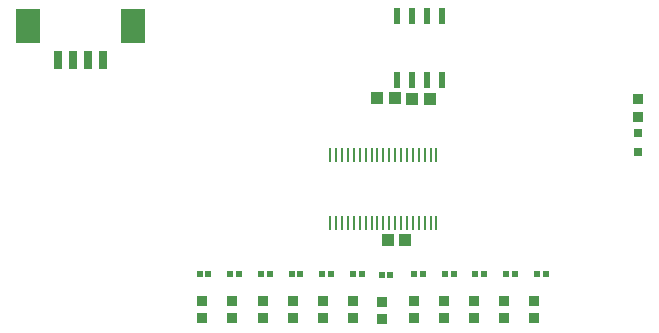
<source format=gtp>
G04*
G04 #@! TF.GenerationSoftware,Altium Limited,Altium Designer,19.1.8 (144)*
G04*
G04 Layer_Color=8421504*
%FSLAX25Y25*%
%MOIN*%
G70*
G01*
G75*
%ADD16R,0.03543X0.03347*%
%ADD17R,0.03150X0.03150*%
%ADD18O,0.00984X0.04724*%
%ADD19R,0.03150X0.06299*%
%ADD20R,0.08268X0.11811*%
%ADD21R,0.04134X0.03937*%
%ADD22R,0.02362X0.05709*%
%ADD23R,0.02284X0.02047*%
%ADD24R,0.03543X0.03740*%
D16*
X295000Y227449D02*
D03*
Y233551D02*
D03*
D17*
Y215700D02*
D03*
Y222200D02*
D03*
D18*
X227667Y214675D02*
D03*
X225698D02*
D03*
X223730D02*
D03*
X221761D02*
D03*
X219793D02*
D03*
X217824D02*
D03*
X215856D02*
D03*
X213887D02*
D03*
X211919D02*
D03*
X209950D02*
D03*
X207982D02*
D03*
X206013D02*
D03*
X204045D02*
D03*
X202076D02*
D03*
X200108D02*
D03*
X198139D02*
D03*
X196171D02*
D03*
X194202D02*
D03*
X192234D02*
D03*
X227667Y192234D02*
D03*
X225698D02*
D03*
X223730D02*
D03*
X221761D02*
D03*
X219793D02*
D03*
X217824D02*
D03*
X215856D02*
D03*
X213887D02*
D03*
X211919D02*
D03*
X209950D02*
D03*
X207982D02*
D03*
X206013D02*
D03*
X204045D02*
D03*
X202076D02*
D03*
X200108D02*
D03*
X198139D02*
D03*
X196171D02*
D03*
X194202D02*
D03*
X192234D02*
D03*
D19*
X116343Y246267D02*
D03*
X111422D02*
D03*
X106501D02*
D03*
X101579D02*
D03*
D20*
X126383Y257684D02*
D03*
X91540D02*
D03*
D21*
X213714Y233575D02*
D03*
X207809D02*
D03*
X217261Y186275D02*
D03*
X211356D02*
D03*
X225514Y233475D02*
D03*
X219609D02*
D03*
D22*
X214561Y239647D02*
D03*
X219561D02*
D03*
X224561D02*
D03*
X229561D02*
D03*
X214561Y261104D02*
D03*
X219561D02*
D03*
X224561D02*
D03*
X229561D02*
D03*
D23*
X182273Y175075D02*
D03*
X179359D02*
D03*
X192491D02*
D03*
X189577D02*
D03*
X202709D02*
D03*
X199796D02*
D03*
X212327Y174675D02*
D03*
X209414D02*
D03*
X223145Y175075D02*
D03*
X220232D02*
D03*
X233364D02*
D03*
X230450D02*
D03*
X243582D02*
D03*
X240668D02*
D03*
X253800D02*
D03*
X250887D02*
D03*
X264018D02*
D03*
X261105D02*
D03*
X172055D02*
D03*
X169141D02*
D03*
X161836D02*
D03*
X158923D02*
D03*
X151618D02*
D03*
X148705D02*
D03*
D24*
X159625Y166030D02*
D03*
Y160321D02*
D03*
X260261Y166030D02*
D03*
Y160321D02*
D03*
X250198Y166030D02*
D03*
Y160321D02*
D03*
X240134Y166030D02*
D03*
Y160321D02*
D03*
X230070Y166030D02*
D03*
Y160321D02*
D03*
X220007Y166030D02*
D03*
Y160321D02*
D03*
X209343Y165629D02*
D03*
Y159921D02*
D03*
X199880Y166030D02*
D03*
Y160321D02*
D03*
X189816Y166030D02*
D03*
Y160321D02*
D03*
X179752Y166030D02*
D03*
Y160321D02*
D03*
X169689Y166030D02*
D03*
Y160321D02*
D03*
X149562Y166030D02*
D03*
Y160321D02*
D03*
M02*

</source>
